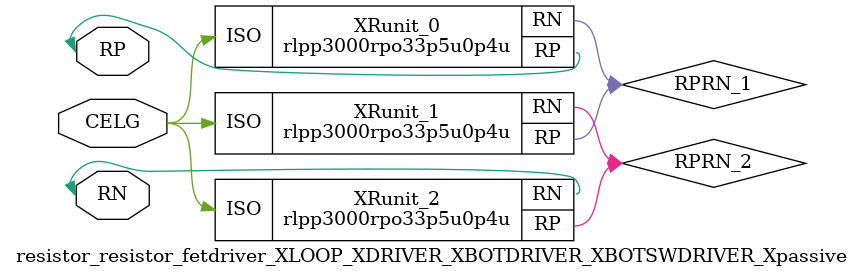
<source format=v>

module rlpp3000rpo33p5u0p4u (RP, RN, ISO);
inout RP;
inout RN;
input ISO;
endmodule

//Celera Confidential Do Not Copy resistor_resistor_fetdriver_XLOOP_XDRIVER_XBOTDRIVER_XBOTSWDRIVER_Xpassive
//Celera Confidential Symbol Generator
//RESISTOR:1000.00KOhm TYPE:poly DFT:no
module resistor_resistor_fetdriver_XLOOP_XDRIVER_XBOTDRIVER_XBOTSWDRIVER_Xpassive (RP,
CELG,
RN);
inout RP;
inout RN;
input CELG;

//Celera Confidential Do Not Copy Runit
rlpp3000rpo33p5u0p4u XRunit_0(
.RP (RP),
.RN (RPRN_1),
.ISO (CELG)
);
rlpp3000rpo33p5u0p4u XRunit_1(
.RP (RPRN_1),
.RN (RPRN_2),
.ISO (CELG)
);
rlpp3000rpo33p5u0p4u XRunit_2(
.RP (RPRN_2),
.RN (RN),
.ISO (CELG)
);

//Celera Confidential Do Not Copy //DieSize,rlpp3000rpo33p5u0p4u

//Die Size Calculator rlpp3000rpo33p5u0p4u
//,diesize,rlpp3000rpo33p5u0p4u,3

//Celera Confidential Do Not Copy Module End
//Celera Schematic Generator
endmodule

</source>
